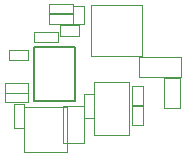
<source format=gbr>
G04 #@! TF.GenerationSoftware,KiCad,Pcbnew,(5.0.1)-4*
G04 #@! TF.CreationDate,2019-01-02T12:26:21-05:00*
G04 #@! TF.ProjectId,XHP70_LED_driver,58485037305F4C45445F647269766572,rev?*
G04 #@! TF.SameCoordinates,Original*
G04 #@! TF.FileFunction,Other,User*
%FSLAX46Y46*%
G04 Gerber Fmt 4.6, Leading zero omitted, Abs format (unit mm)*
G04 Created by KiCad (PCBNEW (5.0.1)-4) date 1/2/2019 12:26:21 PM*
%MOMM*%
%LPD*%
G01*
G04 APERTURE LIST*
%ADD10C,0.150000*%
%ADD11C,0.050000*%
G04 APERTURE END LIST*
D10*
G04 #@! TO.C,U1*
X101500000Y-59250000D02*
X101500000Y-54750000D01*
X98000000Y-59250000D02*
X101500000Y-59250000D01*
X98000000Y-54750000D02*
X98000000Y-59250000D01*
X101500000Y-54750000D02*
X98000000Y-54750000D01*
D11*
G04 #@! TO.C,U2*
X107162500Y-51187500D02*
X102862500Y-51187500D01*
X107162500Y-55487500D02*
X102862500Y-55487500D01*
X102862500Y-55487500D02*
X102862500Y-51187500D01*
X107162500Y-55487500D02*
X107162500Y-51187500D01*
G04 #@! TO.C,C1*
X95550000Y-57800000D02*
X97550000Y-57800000D01*
X95550000Y-57800000D02*
X95550000Y-58600000D01*
X97550000Y-58600000D02*
X97550000Y-57800000D01*
X97550000Y-58600000D02*
X95550000Y-58600000D01*
G04 #@! TO.C,C5*
X110450000Y-57270000D02*
X106950000Y-57270000D01*
X110450000Y-57270000D02*
X110450000Y-55520000D01*
X106950000Y-55520000D02*
X106950000Y-57270000D01*
X106950000Y-55520000D02*
X110450000Y-55520000D01*
G04 #@! TO.C,C11*
X106100000Y-57650000D02*
X106100000Y-62150000D01*
X106100000Y-57650000D02*
X103100000Y-57650000D01*
X103100000Y-62150000D02*
X106100000Y-62150000D01*
X103100000Y-62150000D02*
X103100000Y-57650000D01*
G04 #@! TO.C,R6*
X102300000Y-59700000D02*
X102300000Y-62800000D01*
X102300000Y-59700000D02*
X100500000Y-59700000D01*
X100500000Y-62800000D02*
X102300000Y-62800000D01*
X100500000Y-62800000D02*
X100500000Y-59700000D01*
G04 #@! TO.C,D1*
X109000000Y-59850000D02*
X109000000Y-57350000D01*
X109000000Y-57350000D02*
X110400000Y-57350000D01*
X110400000Y-57350000D02*
X110400000Y-59850000D01*
X110400000Y-59850000D02*
X109000000Y-59850000D01*
G04 #@! TO.C,C6*
X96350000Y-61550000D02*
X96350000Y-59550000D01*
X96350000Y-61550000D02*
X97150000Y-61550000D01*
X97150000Y-59550000D02*
X96350000Y-59550000D01*
X97150000Y-59550000D02*
X97150000Y-61550000D01*
G04 #@! TO.C,C7*
X101300000Y-51850000D02*
X99300000Y-51850000D01*
X101300000Y-51850000D02*
X101300000Y-51050000D01*
X99300000Y-51050000D02*
X99300000Y-51850000D01*
X99300000Y-51050000D02*
X101300000Y-51050000D01*
G04 #@! TO.C,R3*
X107250000Y-59700000D02*
X107250000Y-61300000D01*
X107250000Y-59700000D02*
X106350000Y-59700000D01*
X106350000Y-61300000D02*
X107250000Y-61300000D01*
X106350000Y-61300000D02*
X106350000Y-59700000D01*
G04 #@! TO.C,U3*
X97200000Y-63600000D02*
X100800000Y-63600000D01*
X100800000Y-63600000D02*
X100800000Y-59800000D01*
X100800000Y-59800000D02*
X97200000Y-59800000D01*
X97200000Y-59800000D02*
X97200000Y-63600000D01*
G04 #@! TO.C,C4*
X98050000Y-53450000D02*
X100050000Y-53450000D01*
X98050000Y-53450000D02*
X98050000Y-54250000D01*
X100050000Y-54250000D02*
X100050000Y-53450000D01*
X100050000Y-54250000D02*
X98050000Y-54250000D01*
G04 #@! TO.C,C3*
X95550000Y-58600000D02*
X97550000Y-58600000D01*
X95550000Y-58600000D02*
X95550000Y-59400000D01*
X97550000Y-59400000D02*
X97550000Y-58600000D01*
X97550000Y-59400000D02*
X95550000Y-59400000D01*
G04 #@! TO.C,C8*
X101300000Y-52750000D02*
X99300000Y-52750000D01*
X101300000Y-52750000D02*
X101300000Y-51950000D01*
X99300000Y-51950000D02*
X99300000Y-52750000D01*
X99300000Y-51950000D02*
X101300000Y-51950000D01*
G04 #@! TO.C,R1*
X97500000Y-55850000D02*
X95900000Y-55850000D01*
X97500000Y-55850000D02*
X97500000Y-54950000D01*
X95900000Y-54950000D02*
X95900000Y-55850000D01*
X95900000Y-54950000D02*
X97500000Y-54950000D01*
G04 #@! TO.C,R2*
X106350000Y-59600000D02*
X106350000Y-58000000D01*
X106350000Y-59600000D02*
X107250000Y-59600000D01*
X107250000Y-58000000D02*
X106350000Y-58000000D01*
X107250000Y-58000000D02*
X107250000Y-59600000D01*
G04 #@! TO.C,R5*
X102250000Y-51200000D02*
X102250000Y-52800000D01*
X102250000Y-51200000D02*
X101350000Y-51200000D01*
X101350000Y-52800000D02*
X102250000Y-52800000D01*
X101350000Y-52800000D02*
X101350000Y-51200000D01*
G04 #@! TO.C,C10*
X103100000Y-58700000D02*
X103100000Y-60700000D01*
X103100000Y-58700000D02*
X102300000Y-58700000D01*
X102300000Y-60700000D02*
X103100000Y-60700000D01*
X102300000Y-60700000D02*
X102300000Y-58700000D01*
G04 #@! TO.C,R4*
X101800000Y-53750000D02*
X100200000Y-53750000D01*
X101800000Y-53750000D02*
X101800000Y-52850000D01*
X100200000Y-52850000D02*
X100200000Y-53750000D01*
X100200000Y-52850000D02*
X101800000Y-52850000D01*
G04 #@! TD*
M02*

</source>
